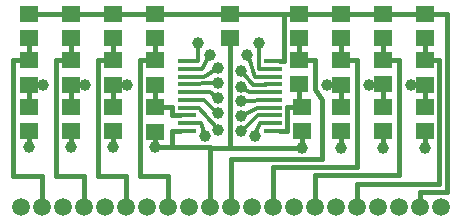
<source format=gtl>
G04 MADE WITH FRITZING*
G04 WWW.FRITZING.ORG*
G04 DOUBLE SIDED*
G04 HOLES PLATED*
G04 CONTOUR ON CENTER OF CONTOUR VECTOR*
%ASAXBY*%
%FSLAX23Y23*%
%MOIN*%
%OFA0B0*%
%SFA1.0B1.0*%
%ADD10C,0.059055*%
%ADD11C,0.039370*%
%ADD12R,0.059055X0.015748*%
%ADD13R,0.059055X0.055118*%
%ADD14C,0.016000*%
%ADD15C,0.012000*%
%LNCOPPER1*%
G90*
G70*
G54D10*
X1239Y47D03*
X1099Y47D03*
X1309Y47D03*
X1169Y47D03*
X329Y47D03*
X118Y47D03*
X1450Y47D03*
X48Y47D03*
X1029Y47D03*
X188Y47D03*
X1380Y47D03*
X539Y47D03*
X609Y47D03*
X469Y47D03*
X258Y47D03*
X399Y47D03*
X959Y47D03*
X889Y47D03*
X819Y47D03*
X679Y47D03*
X749Y47D03*
G54D11*
X495Y245D03*
X985Y244D03*
X355Y245D03*
X215Y245D03*
X1115Y244D03*
X1255Y244D03*
X1395Y244D03*
X75Y245D03*
X122Y454D03*
X262Y454D03*
X402Y454D03*
X1350Y454D03*
X1210Y454D03*
X1070Y454D03*
X640Y594D03*
X844Y594D03*
X804Y554D03*
X678Y554D03*
X707Y509D03*
X707Y459D03*
X662Y284D03*
X707Y304D03*
X707Y359D03*
X707Y409D03*
X783Y499D03*
X783Y448D03*
X783Y399D03*
X783Y349D03*
X783Y299D03*
X830Y284D03*
G54D12*
X603Y532D03*
X603Y506D03*
X603Y480D03*
X603Y455D03*
X603Y429D03*
X603Y404D03*
X603Y378D03*
X603Y352D03*
X603Y327D03*
X603Y301D03*
X889Y301D03*
X889Y327D03*
X889Y352D03*
X889Y378D03*
X889Y404D03*
X889Y429D03*
X889Y455D03*
X889Y480D03*
X889Y506D03*
X889Y532D03*
G54D13*
X1256Y299D03*
X1256Y380D03*
X1396Y299D03*
X1396Y379D03*
X746Y609D03*
X746Y690D03*
X1116Y299D03*
X1116Y380D03*
X986Y300D03*
X986Y381D03*
X76Y299D03*
X76Y380D03*
X216Y299D03*
X216Y380D03*
X356Y299D03*
X356Y380D03*
X496Y298D03*
X496Y379D03*
X496Y454D03*
X496Y535D03*
X356Y454D03*
X356Y535D03*
X216Y454D03*
X216Y535D03*
X1116Y454D03*
X1116Y535D03*
X975Y455D03*
X975Y536D03*
X1396Y454D03*
X1396Y535D03*
X76Y454D03*
X76Y535D03*
X1256Y455D03*
X1256Y535D03*
X216Y609D03*
X216Y690D03*
X75Y610D03*
X75Y691D03*
X1396Y610D03*
X1396Y691D03*
X496Y609D03*
X496Y690D03*
X355Y609D03*
X355Y690D03*
X1256Y610D03*
X1256Y691D03*
X976Y610D03*
X976Y691D03*
X1116Y610D03*
X1116Y691D03*
G54D14*
X76Y557D02*
X76Y588D01*
D02*
X76Y402D02*
X76Y432D01*
D02*
X216Y557D02*
X216Y587D01*
D02*
X216Y402D02*
X216Y432D01*
D02*
X356Y557D02*
X356Y587D01*
D02*
X356Y402D02*
X356Y432D01*
D02*
X496Y557D02*
X496Y587D01*
D02*
X496Y401D02*
X496Y432D01*
D02*
X975Y558D02*
X976Y588D01*
D02*
X986Y381D02*
X975Y381D01*
D02*
X975Y381D02*
X975Y433D01*
D02*
X1116Y557D02*
X1116Y588D01*
D02*
X1116Y402D02*
X1116Y432D01*
D02*
X1256Y557D02*
X1256Y588D01*
D02*
X1256Y402D02*
X1256Y433D01*
D02*
X1396Y557D02*
X1396Y588D01*
D02*
X1396Y401D02*
X1396Y432D01*
D02*
X118Y150D02*
X118Y67D01*
D02*
X24Y150D02*
X118Y150D01*
D02*
X24Y535D02*
X24Y150D01*
D02*
X52Y535D02*
X24Y535D01*
D02*
X258Y149D02*
X258Y67D01*
D02*
X166Y149D02*
X258Y149D01*
D02*
X166Y535D02*
X166Y149D01*
D02*
X192Y535D02*
X166Y535D01*
D02*
X399Y150D02*
X399Y67D01*
D02*
X305Y150D02*
X399Y150D01*
D02*
X305Y535D02*
X305Y150D01*
D02*
X332Y535D02*
X305Y535D01*
D02*
X539Y150D02*
X539Y67D01*
D02*
X446Y150D02*
X539Y150D01*
D02*
X446Y535D02*
X446Y150D01*
D02*
X472Y535D02*
X446Y535D01*
D02*
X1052Y402D02*
X1052Y207D01*
D02*
X1029Y440D02*
X1052Y402D01*
D02*
X749Y207D02*
X749Y67D01*
D02*
X1029Y536D02*
X1029Y440D01*
D02*
X999Y536D02*
X1029Y536D01*
D02*
X1052Y207D02*
X749Y207D01*
D02*
X889Y180D02*
X889Y67D01*
D02*
X1170Y180D02*
X889Y180D01*
D02*
X1170Y535D02*
X1170Y180D01*
D02*
X1140Y535D02*
X1170Y535D01*
D02*
X1029Y153D02*
X1029Y67D01*
D02*
X1309Y153D02*
X1029Y153D01*
D02*
X1309Y535D02*
X1309Y153D01*
D02*
X1280Y535D02*
X1309Y535D01*
D02*
X1169Y124D02*
X1169Y67D01*
D02*
X1443Y124D02*
X1169Y124D01*
D02*
X1443Y535D02*
X1443Y124D01*
D02*
X1420Y535D02*
X1443Y535D01*
D02*
X192Y690D02*
X99Y690D01*
D02*
X240Y690D02*
X331Y690D01*
D02*
X379Y690D02*
X472Y690D01*
D02*
X520Y690D02*
X722Y690D01*
D02*
X770Y690D02*
X952Y691D01*
D02*
X1000Y691D02*
X1092Y691D01*
D02*
X1140Y691D02*
X1232Y691D01*
D02*
X1280Y691D02*
X1372Y691D01*
D02*
X1380Y95D02*
X1380Y67D01*
D02*
X1471Y95D02*
X1380Y95D01*
D02*
X1420Y691D02*
X1471Y691D01*
D02*
X1471Y691D02*
X1471Y95D01*
D02*
X679Y244D02*
X746Y244D01*
D02*
X679Y67D02*
X679Y244D01*
D02*
X746Y244D02*
X746Y587D01*
D02*
X925Y532D02*
X912Y532D01*
D02*
X925Y691D02*
X925Y532D01*
D02*
X952Y691D02*
X925Y691D01*
D02*
X496Y276D02*
X495Y258D01*
D02*
X679Y67D02*
X679Y244D01*
D02*
X985Y257D02*
X985Y278D01*
D02*
X679Y244D02*
X971Y244D01*
D02*
X356Y258D02*
X356Y277D01*
D02*
X215Y258D02*
X216Y277D01*
D02*
X75Y258D02*
X75Y277D01*
D02*
X1115Y257D02*
X1115Y277D01*
D02*
X1255Y257D02*
X1255Y277D01*
D02*
X1395Y257D02*
X1396Y277D01*
D02*
X679Y67D02*
X679Y245D01*
D02*
X679Y245D02*
X509Y245D01*
D02*
X552Y245D02*
X552Y301D01*
D02*
X552Y301D02*
X579Y301D01*
D02*
X509Y245D02*
X552Y245D01*
D02*
X552Y379D02*
X552Y352D01*
D02*
X552Y352D02*
X579Y352D01*
D02*
X520Y379D02*
X552Y379D01*
D02*
X936Y301D02*
X912Y301D01*
D02*
X962Y381D02*
X936Y381D01*
D02*
X936Y381D02*
X936Y301D01*
D02*
X100Y454D02*
X108Y454D01*
D02*
X240Y454D02*
X249Y454D01*
D02*
X380Y454D02*
X388Y454D01*
D02*
X1372Y454D02*
X1364Y454D01*
D02*
X1232Y455D02*
X1223Y454D01*
D02*
X1092Y454D02*
X1084Y454D01*
G54D15*
D02*
X640Y581D02*
X639Y532D01*
D02*
X639Y532D02*
X627Y532D01*
D02*
X844Y506D02*
X865Y506D01*
D02*
X844Y581D02*
X844Y506D01*
D02*
X830Y480D02*
X808Y542D01*
D02*
X865Y480D02*
X830Y480D01*
D02*
X652Y506D02*
X627Y506D01*
D02*
X672Y542D02*
X652Y506D01*
D02*
X661Y481D02*
X627Y481D01*
D02*
X695Y502D02*
X661Y481D01*
D02*
X603Y455D02*
X603Y455D01*
D02*
X693Y459D02*
X603Y455D01*
D02*
X648Y327D02*
X627Y327D01*
D02*
X658Y297D02*
X648Y327D01*
D02*
X679Y430D02*
X627Y429D01*
D02*
X696Y417D02*
X679Y430D01*
D02*
X659Y404D02*
X627Y404D01*
D02*
X697Y368D02*
X659Y404D01*
D02*
X642Y378D02*
X627Y378D01*
D02*
X698Y314D02*
X642Y378D01*
D02*
X845Y326D02*
X865Y327D01*
D02*
X834Y297D02*
X845Y326D01*
D02*
X838Y352D02*
X865Y352D01*
D02*
X793Y308D02*
X838Y352D01*
D02*
X840Y378D02*
X865Y378D01*
D02*
X795Y355D02*
X840Y378D01*
D02*
X797Y400D02*
X865Y403D01*
D02*
X808Y430D02*
X865Y430D01*
D02*
X794Y440D02*
X808Y430D01*
D02*
X824Y454D02*
X865Y454D01*
D02*
X792Y489D02*
X824Y454D01*
G04 End of Copper1*
M02*
</source>
